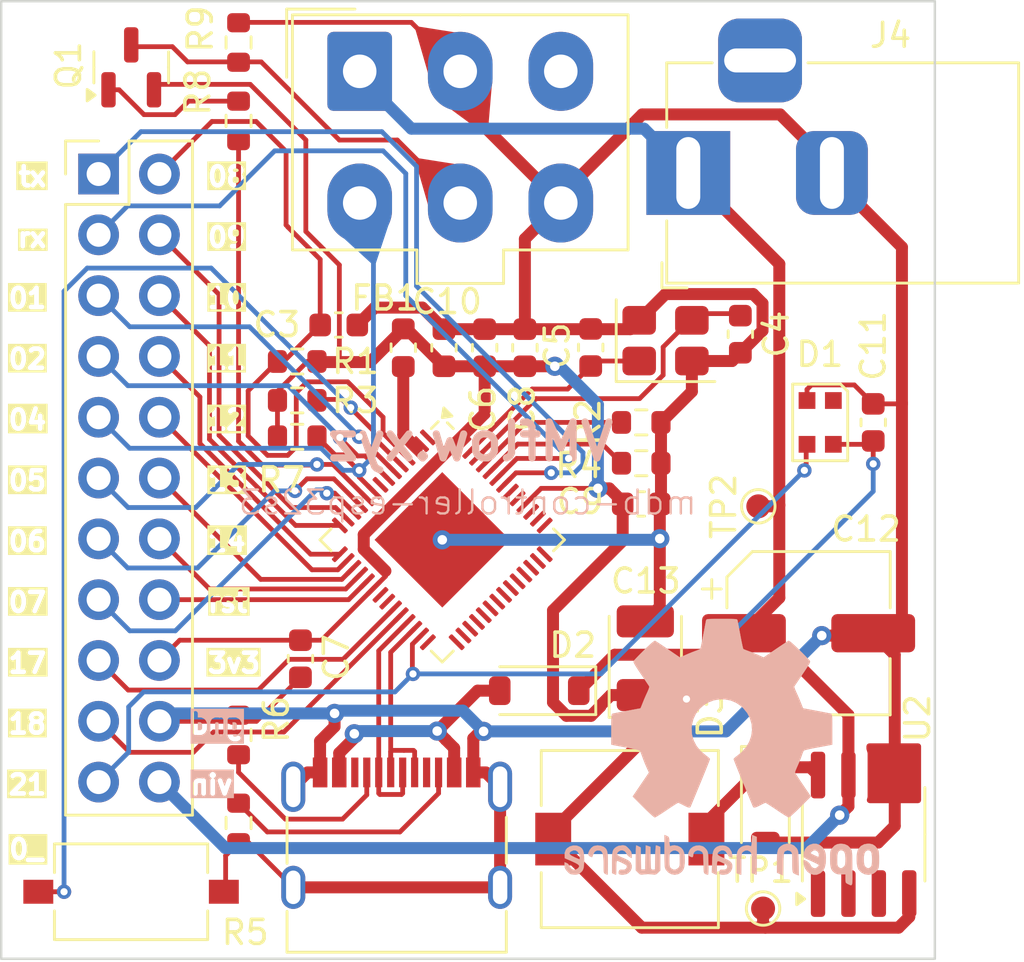
<source format=kicad_pcb>
(kicad_pcb (version 20241229) (generator "pcbnew") (generator_version "9.0")
  (layers (0 "F.Cu" signal) (2 "B.Cu" signal) (13 "F.Paste" user) (15 "B.Paste" user) (5 "F.SilkS" user "F.Silkscreen") (7 "B.SilkS" user "B.Silkscreen") (1 "F.Mask" user) (3 "B.Mask" user) (25 "Edge.Cuts" user))
  (net 0 "")
  (net 1 "/io6")
  (net 2 "GND")
  (net 4 "+3V3")
  (net 5 "Net-(U1-XTAL_N)")
  (net 6 "Net-(U1-XTAL_P)")
  (net 7 "/io21")
  (net 8 "Net-(D2-A)")
  (net 9 "/vin")
  (net 10 "/io14")
  (net 11 "/io2")
  (net 12 "/io18")
  (net 13 "/io17")
  (net 14 "/u0txd")
  (net 15 "/io13")
  (net 16 "/io8")
  (net 17 "/u0rxd")
  (net 18 "/io10")
  (net 19 "/io12")
  (net 20 "/io9")
  (net 21 "/io7")
  (net 22 "/io1")
  (net 23 "/io11")
  (net 24 "/mdb_master_transmit")
  (net 25 "/io4")
  (net 26 "/usb-")
  (net 27 "/usb+")
  (net 28 "Net-(Q1-B)")
  (net 29 "/reset")
  (net 30 "Net-(U1-GPIO46)")
  (net 31 "Net-(U1-GPIO45)")
  (net 32 "/boot")
  (net 33 "/io5")
  (net 34 "Net-(D3-K)")
  (net 36 "Net-(J2-CC1)")
  (net 43 "Net-(J2-CC2)")
  (net 57 "VDD3P3")
  (footprint "Capacitor_Tantalum_SMD:CP_EIA-3528-21_Kemet-B" (layer "F.Cu") (at 152.78 103.145 90)
    (property "Reference" "C13")
    (property "Value" "220uF" (hide yes))
  )
  (footprint "Resistor_SMD:R_0603_1608Metric" (layer "F.Cu") (at 152.61 95)
    (property "Reference" "R4")
    (property "Value" "10k" (hide yes))
  )
  (footprint "Diode_SMD:D_SOD-123" (layer "F.Cu") (at 157.795 109.195 -90)
    (property "Reference" "D3")
    (property "Value" "D_Schottky" (hide yes))
  )
  (footprint "Resistor_SMD:R_0603_1608Metric" (layer "F.Cu") (at 135.79 80.7 90)
    (property "Reference" "R8")
    (property "Value" "4k7" (hide yes))
  )
  (footprint "Package_DFN_QFN:QFN-56-1EP_7x7mm_P0.4mm_EP4x4mm" (layer "F.Cu") (at 144.298959 98.198959 -45)
    (property "Reference" "U1" (hide yes))
    (property "Value" "ESP32-S3FH4R2" (hide yes))
  )
  (footprint "Resistor_SMD:R_0603_1608Metric" (layer "F.Cu") (at 135.79 106.35 90)
    (property "Reference" "R6")
    (property "Value" "5.1k" (hide yes))
  )
  (footprint "Capacitor_SMD:C_0603_1608Metric" (layer "F.Cu") (at 147.75 90.175 -90)
    (property "Reference" "C8")
    (property "Value" "1uF" (hide yes))
  )
  (footprint "Resistor_SMD:R_0603_1608Metric" (layer "F.Cu") (at 135.79 110.025 -90)
    (property "Reference" "R5")
    (property "Value" "5.1k" (hide yes))
  )
  (footprint "TestPoint:TestPoint_Pad_D1.0mm" (layer "F.Cu") (at 157.7 113.6)
    (property "Reference" "TP1")
    (property "Value" "TestPoint" (hide yes))
  )
  (footprint "Resistor_SMD:R_0603_1608Metric" (layer "F.Cu") (at 152.61 93.295)
    (property "Reference" "R2")
    (property "Value" "10k" (hide yes))
  )
  (footprint "Crystal:Crystal_SMD_3225-4Pin_3.2x2.5mm" (layer "F.Cu") (at 153.625 89.88)
    (property "Reference" "Y1" (hide yes))
    (property "Value" "Crystal_GND24" (hide yes))
  )
  (footprint "Connector_PinHeader_2.54mm:PinHeader_2x11_P2.54mm_Vertical" (layer "F.Cu") (at 129.944405 82.919)
    (property "Reference" "J1" (hide yes))
    (property "Value" "Conn_02x11_Odd_Even" (hide yes))
  )
  (footprint "Resistor_SMD:R_0603_1608Metric" (layer "F.Cu") (at 138.24 93.895)
    (property "Reference" "R7")
    (property "Value" "1k" (hide yes))
  )
  (footprint "Capacitor_SMD:C_0603_1608Metric" (layer "F.Cu") (at 156.75 89.61 90)
    (property "Reference" "C4")
    (property "Value" "12pF" (hide yes))
  )
  (footprint "Capacitor_SMD:C_0603_1608Metric" (layer "F.Cu") (at 139.975 89.225)
    (property "Reference" "C3")
    (property "Value" "1uF" (hide yes))
  )
  (footprint "Resistor_SMD:R_0603_1608Metric" (layer "F.Cu") (at 138.24 90.75 180)
    (property "Reference" "R1")
    (property "Value" "10k" (hide yes))
  )
  (footprint "Connector_BarrelJack:BarrelJack_Horizontal" (layer "F.Cu") (at 154.575 82.875 180)
    (property "Reference" "J4")
    (property "Value" "Barrel_Jack" (hide yes))
  )
  (footprint "Capacitor_SMD:C_0603_1608Metric" (layer "F.Cu") (at 150.5 90.165 -90)
    (property "Reference" "C5")
    (property "Value" "12pF" (hide yes))
  )
  (footprint "Package_SO:SOIC-8_3.9x4.9mm_P1.27mm" (layer "F.Cu") (at 161.9 110.5 90)
    (property "Reference" "U2")
    (property "Value" "LM2594HVM-3.3" (hide yes))
  )
  (footprint "Resistor_SMD:R_0603_1608Metric" (layer "F.Cu") (at 135.79 77.425 90)
    (property "Reference" "R9")
    (property "Value" "1k" (hide yes))
  )
  (footprint "Diode_SMD:D_SOD-123" (layer "F.Cu") (at 148.35 104.5 180)
    (property "Reference" "D2")
    (property "Value" "D_Schottky" (hide yes))
  )
  (footprint "Connector_USB:USB_C_Receptacle_G-Switch_GT-USB-7010ASV" (layer "F.Cu") (at 142.395 111.64)
    (property "Reference" "J2" (hide yes))
    (property "Value" "USB_C_Receptacle_USB2.0_16P" (hide yes))
  )
  (footprint "Resistor_SMD:R_0603_1608Metric" (layer "F.Cu") (at 138.24 92.375 180)
    (property "Reference" "R3")
    (property "Value" "10k" (hide yes))
  )
  (footprint "Capacitor_SMD:C_0603_1608Metric" (layer "F.Cu") (at 138.375 103.1675 90)
    (property "Reference" "C7")
    (property "Value" "0.1uF" (hide yes))
  )
  (footprint "Inductor_SMD:L_0603_1608Metric" (layer "F.Cu") (at 142.67 90.175 90)
    (property "Reference" "FB1")
    (property "Value" "FerriteBead_Small" (hide yes))
  )
  (footprint "Inductor_SMD:L_7.3x7.3_H3.5" (layer "F.Cu") (at 152.133333 110.7 180)
    (property "Reference" "L2" (hide yes))
    (property "Value" "100uH" (hide yes))
  )
  (footprint "TestPoint:TestPoint_Pad_D1.0mm" (layer "F.Cu") (at 157.5 96.8 90)
    (property "Reference" "TP2")
    (property "Value" "TestPoint" (hide yes))
  )
  (footprint "LED_SMD:LED_WS2812B-2020_PLCC4_2.0x2.0mm" (layer "F.Cu") (at 160.085 93.295 -90)
    (property "Reference" "D1")
    (property "Value" "XL-2121RGBC-2812B" (hide yes))
  )
  (footprint "Capacitor_SMD:CP_Elec_6.3x5.8" (layer "F.Cu") (at 159.6 102.1)
    (property "Reference" "C12")
    (property "Value" "100uF" (hide yes))
  )
  (footprint "Capacitor_SMD:C_0603_1608Metric" (layer "F.Cu") (at 152.61 96.7 180)
    (property "Reference" "C9")
    (property "Value" "0.1uF" (hide yes))
  )
  (footprint "Capacitor_SMD:C_0603_1608Metric" (layer "F.Cu") (at 146.07 90.175 -90)
    (property "Reference" "C6")
    (property "Value" "10uF" (hide yes))
  )
  (footprint "Capacitor_SMD:C_0603_1608Metric" (layer "F.Cu") (at 144.37 90.175 -90)
    (property "Reference" "C10")
    (property "Value" "0.1uF" (hide yes))
  )
  (footprint "Package_TO_SOT_SMD:SOT-23" (layer "F.Cu") (at 131.306905 78.4625 90)
    (property "Reference" "Q1")
    (property "Value" "BC807" (hide yes))
  )
  (footprint "Capacitor_SMD:C_0603_1608Metric" (layer "F.Cu") (at 162.3 93.295 -90)
    (property "Reference" "C11")
    (property "Value" "0.1uF" (hide yes))
  )
  (footprint "Connector_Molex:Molex_Mini-Fit_Jr_5566-06A_2x03_P4.20mm_Vertical" (layer "F.Cu") (at 140.85 78.63)
    (property "Reference" "J3" (hide yes))
    (property "Value" "MDB_Connector" (hide yes))
  )
  (footprint "Button_Switch_SMD:SW_Tactile_SPST_NO_Straight_CK_PTS636Sx25SMTRLFS" (layer "F.Cu") (at 131.3 112.9)
    (property "Reference" "SW1" (hide yes))
    (property "Value" "SW_Push" (hide yes))
  )
  (footprint "Symbol:OSHW-Logo2_14.6x12mm_SilkScreen" (layer "B.Cu") (at 155.975 107.05 180)
    (property "Reference" "REF**" (hide yes))
    (property "Value" "OSHW-Logo2_14.6x12mm_SilkScreen" (hide yes))
  )
  (gr_rect (start 125.875 75.7) (end 164.875 115.7) (stroke (width 0.1)) (fill no) (layer "Edge.Cuts"))
  (gr_text "10" (at 134.4 88.58 0) (layer "F.SilkS" knockout) (effects (font (size 0.8 0.8) (thickness 0.2) (bold yes)) (justify left bottom)))
  (gr_text "11" (at 134.4 91.12 0) (layer "F.SilkS" knockout) (effects (font (size 0.8 0.8) (thickness 0.2) (bold yes)) (justify left bottom)))
  (gr_text "12" (at 134.4 93.66 0) (layer "F.SilkS" knockout) (effects (font (size 0.8 0.8) (thickness 0.2) (bold yes)) (justify left bottom)))
  (gr_text "17" (at 126.075 103.82 0) (layer "F.SilkS" knockout) (effects (font (size 0.8 0.8) (thickness 0.2) (bold yes)) (justify left bottom)))
  (gr_text "13" (at 134.4 96.2 0) (layer "F.SilkS" knockout) (effects (font (size 0.8 0.8) (thickness 0.2) (bold yes)) (justify left bottom)))
  (gr_text "rst" (at 134.4 101.28 0) (layer "F.SilkS" knockout) (effects (font (size 0.8 0.8) (thickness 0.2) (bold yes)) (justify left bottom)))
  (gr_text "21" (at 126.075 108.9 0) (layer "F.SilkS" knockout) (effects (font (size 0.8 0.8) (thickness 0.2) (bold yes)) (justify left bottom)))
  (gr_text "08" (at 134.4 83.5 0) (layer "F.SilkS" knockout) (effects (font (size 0.8 0.8) (thickness 0.2) (bold yes)) (justify left bottom)))
  (gr_text "14" (at 134.4 98.74 0) (layer "F.SilkS" knockout) (effects (font (size 0.8 0.8) (thickness 0.2) (bold yes)) (justify left bottom)))
  (gr_text "04" (at 126.075 93.66 0) (layer "F.SilkS" knockout) (effects (font (size 0.8 0.8) (thickness 0.2) (bold yes)) (justify left bottom)))
  (gr_text "09" (at 134.4 86.04 0) (layer "F.SilkS" knockout) (effects (font (size 0.8 0.8) (thickness 0.2) (bold yes)) (justify left bottom)))
  (gr_text "rx" (at 126.455953 86.04 0) (layer "F.SilkS" knockout) (effects (font (size 0.8 0.8) (thickness 0.2) (bold yes)) (justify left bottom)))
  (gr_text "06" (at 126.075 98.74 0) (layer "F.SilkS" knockout) (effects (font (size 0.8 0.8) (thickness 0.2) (bold yes)) (justify left bottom)))
  (gr_text "02" (at 126.075 91.12 0) (layer "F.SilkS" knockout) (effects (font (size 0.8 0.8) (thickness 0.2) (bold yes)) (justify left bottom)))
  (gr_text "3v3" (at 134.4 103.82 0) (layer "F.SilkS" knockout) (effects (font (size 0.8 0.8) (thickness 0.2) (bold yes)) (justify left bottom)))
  (gr_text "0_" (at 126.1 111.6 0) (layer "F.SilkS" knockout) (effects (font (size 0.8 0.8) (thickness 0.2) (bold yes)) (justify left bottom)))
  (gr_text "05" (at 126.075 96.2 0) (layer "F.SilkS" knockout) (effects (font (size 0.8 0.8) (thickness 0.2) (bold yes)) (justify left bottom)))
  (gr_text "07" (at 126.075 101.28 0) (layer "F.SilkS" knockout) (effects (font (size 0.8 0.8) (thickness 0.2) (bold yes)) (justify left bottom)))
  (gr_text "18" (at 126.075 106.36 0) (layer "F.SilkS" knockout) (effects (font (size 0.8 0.8) (thickness 0.2) (bold yes)) (justify left bottom)))
  (gr_text "tx" (at 126.494048 83.5 0) (layer "F.SilkS" knockout) (effects (font (size 0.8 0.8) (thickness 0.2) (bold yes)) (justify left bottom)))
  (gr_text "01" (at 126.075 88.58 0) (layer "F.SilkS" knockout) (effects (font (size 0.8 0.8) (thickness 0.2) (bold yes)) (justify left bottom)))
  (gr_text "VMflow.xyz" (at 151.603572 94.975 0) (layer "B.SilkS") (effects (font (size 1.5 1.5) (thickness 0.3) (bold yes)) (justify left bottom mirror)))
  (gr_text "mdb-controller-esp32s3" (at 154.99643 97.224 0) (layer "B.SilkS") (effects (font (size 1 1) (thickness 0.1)) (justify left bottom mirror)))
  (gr_text "gnd" (at 136.1 106.36 0) (layer "B.SilkS" knockout) (effects (font (size 0.8 0.8) (thickness 0.2) (bold yes)) (justify left bottom mirror)))
  (gr_text "vin" (at 135.642856 108.9 0) (layer "B.SilkS" knockout) (effects (font (size 0.8 0.8) (thickness 0.2) (bold yes)) (justify left bottom mirror)))
  (segment (start 139.770101 95.65) (end 140.869491 96.74939) (width 0.2) (layer "F.Cu") (net 1))
  (segment (start 138.65147 95.65) (end 139.770101 95.65) (width 0.2) (layer "F.Cu") (net 1))
  (segment (start 138.14605 96.15542) (end 138.65147 95.65) (width 0.2) (layer "F.Cu") (net 1))
  (via (at 138.14605 96.15542) (size 0.6) (drill 0.3) (layers "F.Cu" "B.Cu") (net 1))
  (segment (start 131.160405 99.375) (end 129.944405 98.159) (width 0.2) (layer "B.Cu") (net 1))
  (segment (start 134.075 99.375) (end 131.160405 99.375) (width 0.2) (layer "B.Cu") (net 1))
  (segment (start 137.29458 96.15542) (end 134.075 99.375) (width 0.2) (layer "B.Cu") (net 1))
  (segment (start 138.14605 96.15542) (end 137.29458 96.15542) (width 0.2) (layer "B.Cu") (net 1))
  (segment (start 132.484405 105.779) (end 136.5385 105.779) (width 0.2) (layer "F.Cu") (net 2))
  (segment (start 153.385 98.15) (end 153.385 101) (width 0.5) (layer "F.Cu") (net 2))
  (segment (start 139.195 106.605) (end 139.195 107.915) (width 0.5) (layer "F.Cu") (net 2))
  (segment (start 156.75 90.385) (end 157.676 89.459) (width 0.5) (layer "F.Cu") (net 2))
  (segment (start 163.5 85.975) (end 160.575 83.05) (width 0.5) (layer "F.Cu") (net 2))
  (segment (start 160.575 82.875) (end 160.575 82.595) (width 0.5) (layer "F.Cu") (net 2))
  (segment (start 162.3 92.52) (end 163.48 92.52) (width 0.2) (layer "F.Cu") (net 2))
  (segment (start 157.676 89.459) (end 157.676 88.323758) (width 0.5) (layer "F.Cu") (net 2))
  (segment (start 136.21 110.85) (end 138.075 112.715) (width 0.2) (layer "F.Cu") (net 2))
  (segment (start 147.75 89.4) (end 147.75 85.63) (width 0.5) (layer "F.Cu") (net 2))
  (segment (start 135.79 110.85) (end 136.21 110.85) (width 0.2) (layer "F.Cu") (net 2))
  (segment (start 135.79 110.85) (end 135.25 111.39) (width 0.2) (layer "F.Cu") (net 2))
  (segment (start 153.621 87.934) (end 152.525 89.03) (width 0.5) (layer "F.Cu") (net 2))
  (segment (start 154.725 90.73) (end 156.405 90.73) (width 0.5) (layer "F.Cu") (net 2))
  (segment (start 157.286242 87.934) (end 153.621 87.934) (width 0.5) (layer "F.Cu") (net 2))
  (segment (start 153.385 96.7) (end 153.385 98.15) (width 0.5) (layer "F.Cu") (net 2))
  (segment (start 146.715 108.515) (end 146.715 112.715) (width 0.5) (layer "F.Cu") (net 2))
  (segment (start 159.535 92.38) (end 159.535 91.915) (width 0.2) (layer "F.Cu") (net 2))
  (segment (start 145.595 106.495) (end 145.595 107.915) (width 0.5) (layer "F.Cu") (net 2))
  (segment (start 141.476 88.499) (end 143.469 88.499) (width 0.5) (layer "F.Cu") (net 2))
  (segment (start 135.25 112.825) (end 135.175 112.9) (width 0.2) (layer "F.Cu") (net 2))
  (segment (start 146.025 106.2) (end 145.89 106.2) (width 0.5) (layer "F.Cu") (net 2))
  (segment (start 152.155 89.4) (end 152.525 89.03) (width 0.5) (layer "F.Cu") (net 2))
  (segment (start 158.409 80.429) (end 152.651 80.429) (width 0.5) (layer "F.Cu") (net 2))
  (segment (start 153.435 93.295) (end 153.435 96.65) (width 0.5) (layer "F.Cu") (net 2))
  (segment (start 163.2 108.025) (end 163.805 108.025) (width 0.5) (layer "F.Cu") (net 2))
  (segment (start 143.469 88.499) (end 144.37 89.4) (width 0.5) (layer "F.Cu") (net 2))
  (segment (start 146.715 112.715) (end 138.075 112.715) (width 0.5) (layer "F.Cu") (net 2))
  (segment (start 154.725 92.005) (end 154.725 90.73) (width 0.5) (layer "F.Cu") (net 2))
  (segment (start 162.535 108.025) (end 163.2 108.025) (width 0.5) (layer "F.Cu") (net 2))
  (segment (start 156.405 90.73) (end 156.75 90.385) (width 0.5) (layer "F.Cu") (net 2))
  (segment (start 160.575 83.05) (end 160.575 82.875) (width 0.5) (layer "F.Cu") (net 2))
  (segment (start 140.75 89.225) (end 141.476 88.499) (width 0.5) (layer "F.Cu") (net 2))
  (segment (start 159.535 91.915) (end 159.721 91.729) (width 0.2) (layer "F.Cu") (net 2))
  (segment (start 135.79 76.6) (end 135.805 76.585) (width 0.2) (layer "F.Cu") (net 2))
  (segment (start 136.5385 105.779) (end 138.375 103.9425) (width 0.2) (layer "F.Cu") (net 2))
  (segment (start 139.195 107.915) (end 138.675 107.915) (width 0.5) (layer "F.Cu") (net 2))
  (segment (start 163.5 92.5) (end 163.5 85.975) (width 0.5) (layer "F.Cu") (net 2))
  (segment (start 162.505 110.845) (end 163.2 110.15) (width 0.5) (layer "F.Cu") (net 2))
  (segment (start 143.005 76.585) (end 145.05 78.63) (width 0.2) (layer "F.Cu") (net 2))
  (segment (start 153.435 96.65) (end 153.385 96.7) (width 0.5) (layer "F.Cu") (net 2))
  (segment (start 163.2 103) (end 163.2 108.025) (width 0.5) (layer "F.Cu") (net 2))
  (segment (start 144.37 89.4) (end 152.155 89.4) (width 0.5) (layer "F.Cu") (net 2))
  (segment (start 160.15 102.2) (end 162.2 102.2) (width 0.5) (layer "F.Cu") (net 2))
  (segment (start 147.75 85.63) (end 149.25 84.13) (width 0.5) (layer "F.Cu") (net 2))
  (segment (start 153.435 93.295) (end 154.725 92.005) (width 0.5) (layer "F.Cu") (net 2))
  (segment (start 138.075 107.81) (end 138.075 108.515) (width 0.2) (layer "F.Cu") (net 2))
  (segment (start 145.05 78.63) (end 145.05 79.93) (width 0.5) (layer "F.Cu") (net 2))
  (segment (start 138.675 107.915) (end 138.075 108.515) (width 0.5) (layer "F.Cu") (net 2))
  (segment (start 162.3 102.1) (end 163.2 103) (width 0.5) (layer "F.Cu") (net 2))
  (segment (start 153.385 101) (end 152.78 101.605) (width 0.5) (layer "F.Cu") (net 2))
  (segment (start 161.509 91.729) (end 162.3 92.52) (width 0.2) (layer "F.Cu") (net 2))
  (segment (start 163.2 110.15) (end 163.2 108.025) (width 0.5) (layer "F.Cu") (net 2))
  (segment (start 145.595 107.915) (end 146.115 107.915) (width 0.5) (layer "F.Cu") (net 2))
  (segment (start 162.2 102.2) (end 162.3 102.1) (width 0.5) (layer "F.Cu") (net 2))
  (segment (start 145.89 106.2) (end 145.595 106.495) (width 0.5) (layer "F.Cu") (net 2))
  (segment (start 163.48 92.52) (end 163.5 92.5) (width 0.2) (layer "F.Cu") (net 2))
  (segment (start 159.721 91.729) (end 161.509 91.729) (width 0.2) (layer "F.Cu") (net 2))
  (segment (start 149.25 83.83) (end 149.25 84.13) (width 0.5) (layer "F.Cu") (net 2))
  (segment (start 162.3 102.1) (end 163.5 102.1) (width 0.5) (layer "F.Cu") (net 2))
  (segment (start 160.575 82.595) (end 158.409 80.429) (width 0.5) (layer "F.Cu") (net 2))
  (segment (start 163.5 102.1) (end 163.5 92.5) (width 0.5) (layer "F.Cu") (net 2))
  (segment (start 152.651 80.429) (end 149.25 83.83) (width 0.5) (layer "F.Cu") (net 2))
  (segment (start 135.805 76.585) (end 143.005 76.585) (width 0.2) (layer "F.Cu") (net 2))
  (segment (start 146.115 107.915) (end 146.715 108.515) (width 0.5) (layer "F.Cu") (net 2))
  (segment (start 139.8 106) (end 139.195 106.605) (width 0.5) (layer "F.Cu") (net 2))
  (segment (start 139.8 105.45) (end 139.8 106) (width 0.5) (layer "F.Cu") (net 2))
  (segment (start 145.05 79.93) (end 149.25 84.13) (width 0.5) (layer "F.Cu") (net 2))
  (segment (start 157.676 88.323758) (end 157.286242 87.934) (width 0.5) (layer "F.Cu") (net 2))
  (segment (start 135.25 111.39) (end 135.25 112.825) (width 0.2) (layer "F.Cu") (net 2))
  (segment (start 157.795 110.845) (end 162.505 110.845) (width 0.5) (layer "F.Cu") (net 2))
  (via (at 153.385 98.15) (size 0.8) (drill 0.4) (layers "F.Cu" "B.Cu") (net 2))
  (via (at 144.298959 98.198959) (size 0.8) (drill 0.4) (layers "F.Cu" "B.Cu") (net 2))
  (via (at 139.8 105.45) (size 0.8) (drill 0.4) (layers "F.Cu" "B.Cu") (net 2))
  (via (at 160.15 102.2) (size 0.8) (drill 0.4) (layers "F.Cu" "B.Cu") (net 2))
  (via (at 146.025 106.2) (size 0.8) (drill 0.4) (layers "F.Cu" "B.Cu") (net 2))
  (segment (start 153.336041 98.198959) (end 153.385 98.15) (width 0.5) (layer "B.Cu") (net 2))
  (segment (start 144.298959 98.198959) (end 153.336041 98.198959) (width 0.5) (layer "B.Cu") (net 2))
  (segment (start 146.025 106.2) (end 145.1615 105.3365) (width 0.5) (layer "B.Cu") (net 2))
  (segment (start 132.813405 105.45) (end 139.8 105.45) (width 0.5) (layer "B.Cu") (net 2))
  (segment (start 139.9135 105.3365) (end 139.8 105.45) (width 0.5) (layer "B.Cu") (net 2))
  (segment (start 145.1615 105.3365) (end 139.9135 105.3365) (width 0.5) (layer "B.Cu") (net 2))
  (segment (start 160.15 102.2) (end 156.15 106.2) (width 0.5) (layer "B.Cu") (net 2))
  (segment (start 132.484405 105.779) (end 132.813405 105.45) (width 0.5) (layer "B.Cu") (net 2))
  (segment (start 156.15 106.2) (end 146.025 106.2) (width 0.5) (layer "B.Cu") (net 2))
  (segment (start 163.354999 114.4) (end 157.795 114.4) (width 0.5) (layer "F.Cu") (net 4))
  (segment (start 152.78 106.47) (end 148.933333 110.316667) (width 0.5) (layer "F.Cu") (net 4))
  (segment (start 137.415 92) (end 137.415 92.375) (width 0.2) (layer "F.Cu") (net 4))
  (segment (start 163.805 112.975) (end 163.805 113.949999) (width 0.5) (layer "F.Cu") (net 4))
  (segment (start 152.78 104.685) (end 152.78 106.47) (width 0.5) (layer "F.Cu") (net 4))
  (segment (start 152.78 104.685) (end 154.335 104.685) (width 0.2) (layer "F.Cu") (net 4))
  (segment (start 146.07 90.95) (end 146.07 92.93) (width 0.5) (layer "F.Cu") (net 4))
  (segment (start 163.805 113.949999) (end 163.354999 114.4) (width 0.5) (layer "F.Cu") (net 4))
  (segment (start 140 90.775) (end 139.09 90.775) (width 0.5) (layer "F.Cu") (net 4))
  (segment (start 141.019532 98.595073) (end 141.924459 99.5) (width 0.5) (layer "F.Cu") (net 4))
  (segment (start 160.635 94.21) (end 162.16 94.21) (width 0.2) (layer "F.Cu") (net 4))
  (segment (start 140 86.7175) (end 138.6 85.3175) (width 0.2) (layer "F.Cu") (net 4))
  (segment (start 148.427817 96.05) (end 147.728427 96.74939) (width 0.2) (layer "F.Cu") (net 4))
  (segment (start 142.8075 89.3875) (end 144.37 90.95) (width 0.5) (layer "F.Cu") (net 4))
  (segment (start 139.09 90.775) (end 139.065 90.75) (width 0.5) (layer "F.Cu") (net 4))
  (segment (start 140 90.775) (end 140 86.7175) (width 0.2) (layer "F.Cu") (net 4))
  (segment (start 146.07 92.93) (end 141.019532 97.980468) (width 0.5) (layer "F.Cu") (net 4))
  (segment (start 141.924459 99.5) (end 141.924459 99.724931) (width 0.2) (layer "F.Cu") (net 4))
  (segment (start 149.488758 105.551) (end 148.925 104.987242) (width 0.5) (layer "F.Cu") (net 4))
  (segment (start 133.330905 102.3925) (end 138.375 102.3925) (width 0.2) (layer "F.Cu") (net 4))
  (segment (start 151.275 96.05) (end 151.835 96.61) (width 0.5) (layer "F.Cu") (net 4))
  (segment (start 132.484405 103.239) (end 133.330905 102.3925) (width 0.2) (layer "F.Cu") (net 4))
  (segment (start 138.6 85.3175) (end 138.6 81.495936) (width 0.2) (layer "F.Cu") (net 4))
  (segment (start 138.375 102.3925) (end 139.25689 102.3925) (width 0.2) (layer "F.Cu") (net 4))
  (segment (start 142.67 89.3875) (end 142.8075 89.3875) (width 0.5) (layer "F.Cu") (net 4))
  (segment (start 152.78 104.685) (end 151.34 104.685) (width 0.5) (layer "F.Cu") (net 4))
  (segment (start 150.511242 105.551) (end 149.488758 105.551) (width 0.5) (layer "F.Cu") (net 4))
  (segment (start 150.901 105.161242) (end 150.511242 105.551) (width 0.5) (layer "F.Cu") (net 4))
  (segment (start 150.8 96.05) (end 151.275 96.05) (width 0.5) (layer "F.Cu") (net 4))
  (segment (start 157.7 114.305) (end 157.795 114.4) (width 0.5) (layer "F.Cu") (net 4))
  (segment (start 151.835 98.24) (end 151.835 96.7) (width 0.5) (layer "F.Cu") (net 4))
  (segment (start 157.7 113.6) (end 157.7 114.305) (width 0.5) (layer "F.Cu") (net 4))
  (segment (start 154.335 104.685) (end 154.5 104.85) (width 0.2) (layer "F.Cu") (net 4))
  (segment (start 148.925 104.987242) (end 148.925 101.15) (width 0.5) (layer "F.Cu") (net 4))
  (segment (start 150.901 105.124) (end 150.901 105.161242) (width 0.5) (layer "F.Cu") (net 4))
  (segment (start 137.415 93.895) (end 137.415 92.375) (width 0.2) (layer "F.Cu") (net 4))
  (segment (start 162.16 94.21) (end 162.3 94.07) (width 0.2) (layer "F.Cu") (net 4))
  (segment (start 132.482905 79.174) (end 132.256905 79.4) (width 0.2) (layer "F.Cu") (net 4))
  (segment (start 144.37 90.95) (end 146.07 90.95) (width 0.5) (layer "F.Cu") (net 4))
  (segment (start 138.665 90.75) (end 137.415 92) (width 0.2) (layer "F.Cu") (net 4))
  (segment (start 151.34 104.685) (end 150.901 105.124) (width 0.5) (layer "F.Cu") (net 4))
  (segment (start 142.67 89.3875) (end 141.2825 90.775) (width 0.5) (layer "F.Cu") (net 4))
  (segment (start 149 90.95) (end 146.07 90.95) (width 0.5) (layer "F.Cu") (net 4))
  (segment (start 150.8 96.05) (end 148.427817 96.05) (width 0.2) (layer "F.Cu") (net 4))
  (segment (start 141.2825 90.775) (end 140 90.775) (width 0.5) (layer "F.Cu") (net 4))
  (segment (start 136.278064 79.174) (end 132.482905 79.174) (width 0.2) (layer "F.Cu") (net 4))
  (segment (start 152.633333 114.4) (end 157.795 114.4) (width 0.5) (layer "F.Cu") (net 4))
  (segment (start 139.25689 102.3925) (end 141.435177 100.214213) (width 0.2) (layer "F.Cu") (net 4))
  (segment (start 148.933333 110.316667) (end 148.933333 110.7) (width 0.5) (layer "F.Cu") (net 4))
  (segment (start 139.065 90.75) (end 138.665 90.75) (width 0.2) (layer "F.Cu") (net 4))
  (segment (start 162.3 94.07) (end 162.3 95.025) (width 0.2) (layer "F.Cu") (net 4))
  (segment (start 138.6 81.495936) (end 136.278064 79.174) (width 0.2) (layer "F.Cu") (net 4))
  (segment (start 141.019532 97.980468) (end 141.019532 98.595073) (width 0.5) (layer "F.Cu") (net 4))
  (segment (start 151.835 96.61) (end 151.835 96.7) (width 0.5) (layer "F.Cu") (net 4))
  (segment (start 141.924459 99.724931) (end 141.435177 100.214213) (width 0.2) (layer "F.Cu") (net 4))
  (segment (start 148.925 101.15) (end 151.835 98.24) (width 0.5) (layer "F.Cu") (net 4))
  (segment (start 148.933333 110.7) (end 152.633333 114.4) (width 0.5) (layer "F.Cu") (net 4))
  (via (at 162.3 95.025) (size 0.6) (drill 0.3) (layers "F.Cu" "B.Cu") (net 4))
  (via (at 154.5 104.85) (size 0.6) (drill 0.3) (layers "F.Cu" "B.Cu") (net 4))
  (via (at 149 90.95) (size 0.8) (drill 0.4) (layers "F.Cu" "B.Cu") (net 4))
  (via (at 150.8 96.05) (size 0.8) (drill 0.4) (layers "F.Cu" "B.Cu") (net 4))
  (segment (start 149 90.95) (end 149.2 90.95) (width 0.5) (layer "B.Cu") (net 4))
  (segment (start 154.5 104.85) (end 154.5 103.975) (width 0.2) (layer "B.Cu") (net 4))
  (segment (start 154.5 103.975) (end 162.3 96.175) (width 0.2) (layer "B.Cu") (net 4))
  (segment (start 150.8 92.55) (end 150.8 96.05) (width 0.5) (layer "B.Cu") (net 4))
  (segment (start 162.3 96.175) (end 162.3 95.025) (width 0.2) (layer "B.Cu") (net 4))
  (segment (start 149.2 90.95) (end 150.8 92.55) (width 0.5) (layer "B.Cu") (net 4))
  (segment (start 148.217019 92.301) (end 145.748528 94.769491) (width 0.2) (layer "F.Cu") (net 5))
  (segment (start 153.526 91.31516) (end 152.54016 92.301) (width 0.2) (layer "F.Cu") (net 5))
  (segment (start 156.665 88.75) (end 154.92084 88.75) (width 0.2) (layer "F.Cu") (net 5))
  (segment (start 152.54016 92.301) (end 148.217019 92.301) (width 0.2) (layer "F.Cu") (net 5))
  (segment (start 156.75 88.835) (end 156.665 88.75) (width 0.2) (layer "F.Cu") (net 5))
  (segment (start 153.526 90.14484) (end 153.526 91.31516) (width 0.2) (layer "F.Cu") (net 5))
  (segment (start 154.92084 88.75) (end 153.526 90.14484) (width 0.2) (layer "F.Cu") (net 5))
  (segment (start 149.54 91.9) (end 148.052333 91.9) (width 0.2) (layer "F.Cu") (net 6))
  (segment (start 152.525 90.73) (end 150.71 90.73) (width 0.2) (layer "F.Cu") (net 6))
  (segment (start 150.71 90.73) (end 150.5 90.94) (width 0.2) (layer "F.Cu") (net 6))
  (segment (start 148.052333 91.9) (end 145.465685 94.486648) (width 0.2) (layer "F.Cu") (net 6))
  (segment (start 150.5 90.94) (end 149.54 91.9) (width 0.2) (layer "F.Cu") (net 6))
  (segment (start 143.05 103.775) (end 143.05 102.559188) (width 0.2) (layer "F.Cu") (net 7))
  (segment (start 143.05 102.559188) (end 143.415076 102.194112) (width 0.2) (layer "F.Cu") (net 7))
  (segment (start 159.5 94.245) (end 159.535 94.21) (width 0.2) (layer "F.Cu") (net 7))
  (segment (start 143.075 103.8) (end 143.05 103.775) (width 0.2) (layer "F.Cu") (net 7))
  (segment (start 159.425 95.3) (end 159.5 95.225) (width 0.2) (layer "F.Cu") (net 7))
  (segment (start 159.5 95.225) (end 159.5 94.245) (width 0.2) (layer "F.Cu") (net 7))
  (via (at 143.075 103.8) (size 0.6) (drill 0.3) (layers "F.Cu" "B.Cu") (net 7))
  (via (at 159.425 95.3) (size 0.6) (drill 0.3) (layers "F.Cu" "B.Cu") (net 7))
  (segment (start 131.825 104.55) (end 142.325 104.55) (width 0.2) (layer "B.Cu") (net 7))
  (segment (start 150.925 103.8) (end 143.075 103.8) (width 0.2) (layer "B.Cu") (net 7))
  (segment (start 159.425 95.3) (end 150.925 103.8) (width 0.2) (layer "B.Cu") (net 7))
  (segment (start 142.325 104.55) (end 143.075 103.8) (width 0.2) (layer "B.Cu") (net 7))
  (segment (start 131.2 105.175) (end 131.825 104.55) (width 0.2) (layer "B.Cu") (net 7))
  (segment (start 129.944405 108.319) (end 131.2 107.063405) (width 0.2) (layer "B.Cu") (net 7))
  (segment (start 131.2 107.063405) (end 131.2 105.175) (width 0.2) (layer "B.Cu") (net 7))
  (segment (start 144.0875 106.1875) (end 144.449 106.549) (width 0.5) (layer "F.Cu") (net 8))
  (segment (start 145.775 104.5) (end 146.7 104.5) (width 0.5) (layer "F.Cu") (net 8))
  (segment (start 144.0875 106.1875) (end 145.775 104.5) (width 0.5) (layer "F.Cu") (net 8))
  (segment (start 144.449 106.552496) (end 144.795 106.898496) (width 0.5) (layer "F.Cu") (net 8))
  (segment (start 140.624622 106.475378) (end 139.995 107.105) (width 0.5) (layer "F.Cu") (net 8))
  (segment (start 140.624622 106.3) (end 140.624622 106.475378) (width 0.5) (layer "F.Cu") (net 8))
  (segment (start 144.449 106.549) (end 144.449 106.552496) (width 0.5) (layer "F.Cu") (net 8))
  (segment (start 139.995 107.105) (end 139.995 107.915) (width 0.5) (layer "F.Cu") (net 8))
  (segment (start 144.795 106.898496) (end 144.795 107.915) (width 0.5) (layer "F.Cu") (net 8))
  (via (at 140.624622 106.3) (size 0.8) (drill 0.4) (layers "F.Cu" "B.Cu") (net 8))
  (via (at 144.0875 106.1875) (size 0.8) (drill 0.4) (layers "F.Cu" "B.Cu") (net 8))
  (segment (start 140.737122 106.1875) (end 140.624622 106.3) (width 0.5) (layer "B.Cu") (net 8))
  (segment (start 144.0875 106.1875) (end 140.737122 106.1875) (width 0.5) (layer "B.Cu") (net 8))
  (segment (start 156 103) (end 156.9 102.1) (width 0.5) (layer "F.Cu") (net 9))
  (segment (start 158.327 96.8) (end 158.377 96.75) (width 0.5) (layer "F.Cu") (net 9))
  (segment (start 157.85 102.1) (end 161.265 105.515) (width 0.5) (layer "F.Cu") (net 9))
  (segment (start 158.377 100.623) (end 156.9 102.1) (width 0.5) (layer "F.Cu") (net 9))
  (segment (start 150 104.5) (end 151.5 103) (width 0.5) (layer "F.Cu") (net 9))
  (segment (start 154.575 82.875) (end 158.377 86.677) (width 0.5) (layer "F.Cu") (net 9))
  (segment (start 161.265 109.335) (end 160.9 109.7) (width 0.5) (layer "F.Cu") (net 9))
  (segment (start 156.9 102.1) (end 157.85 102.1) (width 0.5) (layer "F.Cu") (net 9))
  (segment (start 151.5 103) (end 156 103) (width 0.5) (layer "F.Cu") (net 9))
  (segment (start 161.265 108.025) (end 161.265 109.335) (width 0.5) (layer "F.Cu") (net 9))
  (segment (start 161.265 105.515) (end 161.265 108.025) (width 0.5) (layer "F.Cu") (net 9))
  (segment (start 158.377 96.75) (end 158.377 100.623) (width 0.5) (layer "F.Cu") (net 9))
  (segment (start 158.377 86.677) (end 158.377 96.75) (width 0.5) (layer "F.Cu") (net 9))
  (segment (start 157.5 96.8) (end 158.327 96.8) (width 0.5) (layer "F.Cu") (net 9))
  (via (at 160.9 109.7) (size 0.8) (drill 0.4) (layers "F.Cu" "B.Cu") (net 9))
  (segment (start 140.85 78.865) (end 143.01 81.025) (width 0.5) (layer "B.Cu") (net 9))
  (segment (start 152.725 81.025) (end 154.575 82.875) (width 0.5) (layer "B.Cu") (net 9))
  (segment (start 143.01 81.025) (end 152.725 81.025) (width 0.5) (layer "B.Cu") (net 9))
  (segment (start 140.85 78.63) (end 140.85 78.865) (width 0.5) (layer "B.Cu") (net 9))
  (segment (start 160.9 109.7) (end 159.525 111.075) (width 0.5) (layer "B.Cu") (net 9))
  (segment (start 159.525 111.075) (end 135.240405 111.075) (width 0.5) (layer "B.Cu") (net 9))
  (segment (start 135.240405 111.075) (end 132.484405 108.319) (width 0.5) (layer "B.Cu") (net 9))
  (segment (start 140.384705 100.699) (end 141.152334 99.931371) (width 0.2) (layer "F.Cu") (net 10))
  (segment (start 132.484405 100.699) (end 140.384705 100.699) (width 0.2) (layer "F.Cu") (net 10))
  (segment (start 140.024291 93.953933) (end 140.764701 94.694343) (width 0.2) (layer "F.Cu") (net 11))
  (segment (start 140.024291 93.925707) (end 140.024291 93.953933) (width 0.2) (layer "F.Cu") (net 11))
  (segment (start 140.764701 94.694343) (end 141.077186 94.694343) (width 0.2) (layer "F.Cu") (net 11))
  (segment (start 141.077186 94.694343) (end 142.000862 95.618019) (width 0.2) (layer "F.Cu") (net 11))
  (via (at 140.024291 93.925707) (size 0.6) (drill 0.3) (layers "F.Cu" "B.Cu") (net 11))
  (segment (start 140.024291 93.925707) (end 137.859553 91.760969) (width 0.2) (layer "B.Cu") (net 11))
  (segment (start 131.166374 91.760969) (end 129.944405 90.539) (width 0.2) (layer "B.Cu") (net 11))
  (segment (start 137.859553 91.760969) (end 131.166374 91.760969) (width 0.2) (layer "B.Cu") (net 11))
  (segment (start 134.749 106.226) (end 137.686131 106.226) (width 0.2) (layer "F.Cu") (net 12))
  (segment (start 133.9 107.075) (end 134.749 106.226) (width 0.2) (layer "F.Cu") (net 12))
  (segment (start 129.944405 105.779) (end 131.240405 107.075) (width 0.2) (layer "F.Cu") (net 12))
  (segment (start 137.686131 106.226) (end 142.566547 101.345584) (width 0.2) (layer "F.Cu") (net 12))
  (segment (start 131.240405 107.075) (end 133.9 107.075) (width 0.2) (layer "F.Cu") (net 12))
  (segment (start 136.61739 104.475) (end 137.90089 103.1915) (width 0.2) (layer "F.Cu") (net 13))
  (segment (start 129.944405 103.239) (end 131.180405 104.475) (width 0.2) (layer "F.Cu") (net 13))
  (segment (start 137.90089 103.1915) (end 140.154946 103.1915) (width 0.2) (layer "F.Cu") (net 13))
  (segment (start 131.180405 104.475) (end 136.61739 104.475) (width 0.2) (layer "F.Cu") (net 13))
  (segment (start 140.154946 103.1915) (end 142.283705 101.062741) (width 0.2) (layer "F.Cu") (net 13))
  (segment (start 148.85 95.4) (end 147.380761 95.4) (width 0.2) (layer "F.Cu") (net 14))
  (segment (start 147.380761 95.4) (end 146.879899 95.900862) (width 0.2) (layer "F.Cu") (net 14))
  (via (at 148.85 95.4) (size 0.6) (drill 0.3) (layers "F.Cu" "B.Cu") (net 14))
  (segment (start 143.225 87.600057) (end 150.176 94.551057) (width 0.2) (layer "B.Cu") (net 14))
  (segment (start 129.944405 82.919) (end 131.713405 81.15) (width 0.2) (layer "B.Cu") (net 14))
  (segment (start 150.176 95.048943) (end 149.823943 95.401) (width 0.2) (layer "B.Cu") (net 14))
  (segment (start 141.775 81.15) (end 143.225 82.6) (width 0.2) (layer "B.Cu") (net 14))
  (segment (start 149.326057 95.401) (end 149.325057 95.4) (width 0.2) (layer "B.Cu") (net 14))
  (segment (start 149.325057 95.4) (end 148.85 95.4) (width 0.2) (layer "B.Cu") (net 14))
  (segment (start 131.713405 81.15) (end 141.775 81.15) (width 0.2) (layer "B.Cu") (net 14))
  (segment (start 150.176 94.551057) (end 150.176 95.048943) (width 0.2) (layer "B.Cu") (net 14))
  (segment (start 143.225 82.6) (end 143.225 87.600057) (width 0.2) (layer "B.Cu") (net 14))
  (segment (start 149.823943 95.401) (end 149.326057 95.401) (width 0.2) (layer "B.Cu") (net 14))
  (segment (start 140.266019 100.252) (end 140.869491 99.648528) (width 0.2) (layer "F.Cu") (net 15))
  (segment (start 132.484405 98.159) (end 134.577405 100.252) (width 0.2) (layer "F.Cu") (net 15))
  (segment (start 134.577405 100.252) (end 140.266019 100.252) (width 0.2) (layer "F.Cu") (net 15))
  (segment (start 140.303806 97.315076) (end 139.83973 96.851) (width 0.2) (layer "F.Cu") (net 16))
  (segment (start 134.976 87.950595) (end 132.484405 85.459) (width 0.2) (layer "F.Cu") (net 16))
  (segment (start 137.9931 96.851) (end 134.976 93.8339) (width 0.2) (layer "F.Cu") (net 16))
  (segment (start 139.83973 96.851) (end 137.9931 96.851) (width 0.2) (layer "F.Cu") (net 16))
  (segment (start 134.976 93.8339) (end 134.976 87.950595) (width 0.2) (layer "F.Cu") (net 16))
  (segment (start 149.575 94.8) (end 147.415075 94.8) (width 0.2) (layer "F.Cu") (net 17))
  (segment (start 147.415075 94.8) (end 146.597056 95.618019) (width 0.2) (layer "F.Cu") (net 17))
  (via (at 149.575 94.8) (size 0.6) (drill 0.3) (layers "F.Cu" "B.Cu") (net 17))
  (segment (start 142.775 88) (end 149.575 94.8) (width 0.2) (layer "B.Cu") (net 17))
  (segment (start 141.825 81.95) (end 142.775 82.9) (width 0.2) (layer "B.Cu") (net 17))
  (segment (start 135 84.25) (end 137.3 81.95) (width 0.2) (layer "B.Cu") (net 17))
  (segment (start 131.153405 84.25) (end 135 84.25) (width 0.2) (layer "B.Cu") (net 17))
  (segment (start 142.775 82.9) (end 142.775 88) (width 0.2) (layer "B.Cu") (net 17))
  (segment (start 137.3 81.95) (end 141.825 81.95) (width 0.2) (layer "B.Cu") (net 17))
  (segment (start 129.944405 85.459) (end 131.153405 84.25) (width 0.2) (layer "B.Cu") (net 17))
  (segment (start 134.175 94.175) (end 138.8 98.8) (width 0.2) (layer "F.Cu") (net 18))
  (segment (start 132.484405 90.539) (end 134.175 92.229595) (width 0.2) (layer "F.Cu") (net 18))
  (segment (start 138.8 98.8) (end 140.020963 98.8) (width 0.2) (layer "F.Cu") (net 18))
  (segment (start 134.175 92.229595) (end 134.175 94.175) (width 0.2) (layer "F.Cu") (net 18))
  (segment (start 132.484405 95.619) (end 136.716405 99.851) (width 0.2) (layer "F.Cu") (net 19))
  (segment (start 136.716405 99.851) (end 140.101333 99.851) (width 0.2) (layer "F.Cu") (net 19))
  (segment (start 140.101333 99.851) (end 140.586648 99.365685) (width 0.2) (layer "F.Cu") (net 19))
  (segment (start 134.575 90.089595) (end 134.575 94) (width 0.2) (layer "F.Cu") (net 20))
  (segment (start 138.172918 97.597918) (end 140.020963 97.597918) (width 0.2) (layer "F.Cu") (net 20))
  (segment (start 132.484405 87.999) (end 134.575 90.089595) (width 0.2) (layer "F.Cu") (net 20))
  (segment (start 134.575 94) (end 138.172918 97.597918) (width 0.2) (layer "F.Cu") (net 20))
  (segment (start 139.804415 96.25) (end 140.586648 97.032233) (width 0.2) (layer "F.Cu") (net 21))
  (segment (start 139.475 96.25) (end 139.804415 96.25) (width 0.2) (layer "F.Cu") (net 21))
  (via (at 139.475 96.25) (size 0.6) (drill 0.3) (layers "F.Cu" "B.Cu") (net 21))
  (segment (start 131.245405 102) (end 133.15 102) (width 0.2) (layer "B.Cu") (net 21))
  (segment (start 129.944405 100.699) (end 131.245405 102) (width 0.2) (layer "B.Cu") (net 21))
  (segment (start 133.15 102) (end 139.0385 96.1115) (width 0.2) (layer "B.Cu") (net 21))
  (segment (start 139.3365 96.1115) (end 139.475 96.25) (width 0.2) (layer "B.Cu") (net 21))
  (segment (start 139.0385 96.1115) (end 139.3365 96.1115) (width 0.2) (layer "B.Cu") (net 21))
  (segment (start 140.987472 94.038944) (end 142.283705 95.335177) (width 0.2) (layer "F.Cu") (net 22))
  (segment (start 140.840262 93.893149) (end 140.986057 94.038944) (width 0.2) (layer "F.Cu") (net 22))
  (segment (start 140.986057 94.038944) (end 140.987472 94.038944) (width 0.2) (layer "F.Cu") (net 22))
  (segment (start 140.823631 93.893149) (end 140.840262 93.893149) (width 0.2) (layer "F.Cu") (net 22))
  (via (at 140.823631 93.893149) (size 0.6) (drill 0.3) (layers "F.Cu" "B.Cu") (net 22))
  (segment (start 140.823631 93.875104) (end 136.248527 89.3) (width 0.2) (layer "B.Cu") (net 22))
  (segment (start 136.248527 89.3) (end 131.245405 89.3) (width 0.2) (layer "B.Cu") (net 22))
  (segment (start 131.245405 89.3) (end 129.944405 87.999) (width 0.2) (layer "B.Cu") (net 22))
  (segment (start 140.823631 93.893149) (end 140.823631 93.875104) (width 0.2) (layer "B.Cu") (net 22))
  (segment (start 138.855405 99.45) (end 139.936648 99.45) (width 0.2) (layer "F.Cu") (net 23))
  (segment (start 132.484405 93.079) (end 138.855405 99.45) (width 0.2) (layer "F.Cu") (net 23))
  (segment (start 139.936648 99.45) (end 140.303806 99.082842) (width 0.2) (layer "F.Cu") (net 23))
  (segment (start 133.025 77.6) (end 131.381905 77.6) (width 0.2) (layer "F.Cu") (net 24))
  (segment (start 140 81.5) (end 136.735 78.235) (width 0.2) (layer "F.Cu") (net 24))
  (segment (start 135.775 78.235) (end 133.66 78.235) (width 0.2) (layer "F.Cu") (net 24))
  (segment (start 133.66 78.235) (end 133.025 77.6) (width 0.2) (layer "F.Cu") (net 24))
  (segment (start 136.735 78.235) (end 135.805 78.235) (width 0.2) (layer "F.Cu") (net 24))
  (segment (start 135.805 78.235) (end 135.79 78.25) (width 0.2) (layer "F.Cu") (net 24))
  (segment (start 135.79 78.25) (end 135.775 78.235) (width 0.2) (layer "F.Cu") (net 24))
  (segment (start 145.05 84.13) (end 142.42 81.5) (width 0.2) (layer "F.Cu") (net 24))
  (segment (start 131.381905 77.6) (end 131.306905 77.525) (width 0.2) (layer "F.Cu") (net 24))
  (segment (start 142.42 81.5) (end 140 81.5) (width 0.2) (layer "F.Cu") (net 24))
  (segment (start 139.065 93.895) (end 139.819 94.649) (width 0.2) (layer "F.Cu") (net 25))
  (segment (start 140.795343 95.295343) (end 140.829657 95.295343) (width 0.2) (layer "F.Cu") (net 25))
  (segment (start 139.819 94.649) (end 140.149 94.649) (width 0.2) (layer "F.Cu") (net 25))
  (segment (start 140.149 94.649) (end 140.795343 95.295343) (width 0.2) (layer "F.Cu") (net 25))
  (segment (start 140.829657 95.295343) (end 140.829657 95.578185) (width 0.2) (layer "F.Cu") (net 25))
  (segment (start 140.829657 95.578185) (end 141.435177 96.183705) (width 0.2) (layer "F.Cu") (net 25))
  (via (at 140.829657 95.295343) (size 0.6) (drill 0.3) (layers "F.Cu" "B.Cu") (net 25))
  (segment (start 141.424631 94.700369) (end 140.829657 95.295343) (width 0.2) (layer "B.Cu") (net 25))
  (segment (start 140.159811 95.295343) (end 139.239468 94.375) (width 0.2) (layer "B.Cu") (net 25))
  (segment (start 140.829657 95.295343) (end 140.159811 95.295343) (width 0.2) (layer "B.Cu") (net 25))
  (segment (start 139.239468 94.375) (end 131.240405 94.375) (width 0.2) (layer "B.Cu") (net 25))
  (segment (start 131.240405 94.375) (end 129.944405 93.079) (width 0.2) (layer "B.Cu") (net 25))
  (segment (start 141.424631 84.704631) (end 141.424631 94.700369) (width 0.2) (layer "B.Cu") (net 25))
  (segment (start 140.85 84.13) (end 141.424631 84.704631) (width 0.2) (layer "B.Cu") (net 25))
  (segment (start 142.596 108.836) (end 141.694 108.836) (width 0.2) (layer "F.Cu") (net 26))
  (segment (start 141.645 102.832817) (end 142.84939 101.628427) (width 0.2) (layer "F.Cu") (net 26))
  (segment (start 142.645 108.787) (end 142.596 108.836) (width 0.2) (layer "F.Cu") (net 26))
  (segment (start 141.645 107.915) (end 141.645 102.832817) (width 0.2) (layer "F.Cu") (net 26))
  (segment (start 141.694 108.836) (end 141.645 108.787) (width 0.2) (layer "F.Cu") (net 26))
  (segment (start 142.645 107.915) (end 142.645 108.787) (width 0.2) (layer "F.Cu") (net 26))
  (segment (start 141.645 108.787) (end 141.645 107.915) (width 0.2) (layer "F.Cu") (net 26))
  (segment (start 142.145 102.898503) (end 143.132233 101.91127) (width 0.2) (layer "F.Cu") (net 27))
  (segment (start 142.145 107.043) (end 142.194 106.994) (width 0.2) (layer "F.Cu") (net 27))
  (segment (start 142.7 106.994) (end 143.096 106.994) (width 0.2) (layer "F.Cu") (net 27))
  (segment (start 143.096 106.994) (end 143.145 107.043) (width 0.2) (layer "F.Cu") (net 27))
  (segment (start 142.145 107.915) (end 142.145 102.898503) (width 0.2) (layer "F.Cu") (net 27))
  (segment (start 143.145 107.043) (end 143.145 107.915) (width 0.2) (layer "F.Cu") (net 27))
  (segment (start 142.194 106.994) (end 142.7 106.994) (width 0.2) (layer "F.Cu") (net 27))
  (segment (start 142.145 107.915) (end 142.145 107.043) (width 0.2) (layer "F.Cu") (net 27))
  (segment (start 133.7 79.875) (end 135.79 79.875) (width 0.2) (layer "F.Cu") (net 28))
  (segment (start 131.8385 80.4385) (end 133.1365 80.4385) (width 0.2) (layer "F.Cu") (net 28))
  (segment (start 133.1365 80.4385) (end 133.7 79.875) (width 0.2) (layer "F.Cu") (net 28))
  (segment (start 130.356905 79.4) (end 130.8 79.4) (width 0.2) (layer "F.Cu") (net 28))
  (segment (start 130.8 79.4) (end 131.8385 80.4385) (width 0.2) (layer "F.Cu") (net 28))
  (segment (start 136.191 93.860064) (end 137.001936 94.671) (width 0.2) (layer "F.Cu") (net 29))
  (segment (start 134.678405 80.725) (end 136.525 80.725) (width 0.2) (layer "F.Cu") (net 29))
  (segment (start 138.651936 91.599) (end 140.349 91.599) (width 0.2) (layer "F.Cu") (net 29))
  (segment (start 141.826 93.076) (end 141.826 93.746101) (width 0.2) (layer "F.Cu") (net 29))
  (segment (start 138.2 92.050936) (end 138.651936 91.599) (width 0.2) (layer "F.Cu") (net 29))
  (segment (start 137.001936 94.671) (end 137.843 94.671) (width 0.2) (layer "F.Cu") (net 29))
  (segment (start 137.44 90.775) (end 137.65 90.775) (width 0.2) (layer "F.Cu") (net 29))
  (segment (start 137.849 85.1336) (end 139.2 86.4846) (width 0.2) (layer "F.Cu") (net 29))
  (segment (start 137.415 90.75) (end 137.44 90.775) (width 0.2) (layer "F.Cu") (net 29))
  (segment (start 137.775 85.05) (end 137.849 85.124) (width 0.2) (layer "F.Cu") (net 29))
  (segment (start 132.484405 82.919) (end 134.678405 80.725) (width 0.2) (layer "F.Cu") (net 29))
  (segment (start 139.2 86.4846) (end 139.2 89.225) (width 0.2) (layer "F.Cu") (net 29))
  (segment (start 137.65 90.775) (end 139.2 89.225) (width 0.2) (layer "F.Cu") (net 29))
  (segment (start 141.826 93.746101) (end 142.84939 94.769491) (width 0.2) (layer "F.Cu") (net 29))
  (segment (start 138.2 94.314) (end 138.2 92.050936) (width 0.2) (layer "F.Cu") (net 29))
  (segment (start 137.843 94.671) (end 138.2 94.314) (width 0.2) (layer "F.Cu") (net 29))
  (segment (start 137.415 90.75) (end 136.191 91.974) (width 0.2) (layer "F.Cu") (net 29))
  (segment (start 136.191 91.974) (end 136.191 93.860064) (width 0.2) (layer "F.Cu") (net 29))
  (segment (start 136.525 80.725) (end 137.775 81.975) (width 0.2) (layer "F.Cu") (net 29))
  (segment (start 137.775 81.975) (end 137.775 85.05) (width 0.2) (layer "F.Cu") (net 29))
  (segment (start 137.849 85.124) (end 137.849 85.1336) (width 0.2) (layer "F.Cu") (net 29))
  (segment (start 140.349 91.599) (end 141.826 93.076) (width 0.2) (layer "F.Cu") (net 29))
  (segment (start 151.785 93.295) (end 147.788705 93.295) (width 0.2) (layer "F.Cu") (net 30))
  (segment (start 147.788705 93.295) (end 146.031371 95.052334) (width 0.2) (layer "F.Cu") (net 30))
  (segment (start 150.985 94.2) (end 147.44939 94.2) (width 0.2) (layer "F.Cu") (net 31))
  (segment (start 147.44939 94.2) (end 146.314213 95.335177) (width 0.2) (layer "F.Cu") (net 31))
  (segment (start 151.785 95) (end 150.985 94.2) (width 0.2) (layer "F.Cu") (net 31))
  (segment (start 139.065 92.375) (end 139.105 92.335) (width 0.2) (layer "F.Cu") (net 32))
  (segment (start 140.115425 92.335) (end 141.425 93.644575) (width 0.2) (layer "F.Cu") (net 32))
  (segment (start 127.425 112.9) (end 128.5 112.9) (width 0.2) (layer "F.Cu") (net 32))
  (segment (start 141.425 93.644575) (end 141.425 93.910787) (width 0.2) (layer "F.Cu") (net 32))
  (segment (start 139.105 92.335) (end 140.115425 92.335) (width 0.2) (layer "F.Cu") (net 32))
  (segment (start 141.425 93.910787) (end 142.566547 95.052334) (width 0.2) (layer "F.Cu") (net 32))
  (via (at 128.5 112.9) (size 0.6) (drill 0.3) (layers "F.Cu" "B.Cu") (net 32))
  (via (at 140.473528 92.676472) (size 0.6) (drill 0.3) (layers "F.Cu" "B.Cu") (net 32))
  (segment (start 128.5 112.9) (end 128.5 87.815645) (width 0.2) (layer "B.Cu") (net 32))
  (segment (start 134.645056 86.848) (end 140.473528 92.676472) (width 0.2) (layer "B.Cu") (net 32))
  (segment (start 128.5 87.815645) (end 129.467645 86.848) (width 0.2) (layer "B.Cu") (net 32))
  (segment (start 129.467645 86.848) (end 134.645056 86.848) (width 0.2) (layer "B.Cu") (net 32))
  (segment (start 139.064525 95.05) (end 139.735787 95.05) (width 0.2) (layer "F.Cu") (net 33))
  (segment (start 139.735787 95.05) (end 141.152334 96.466547) (width 0.2) (layer "F.Cu") (net 33))
  (segment (start 135.79 94.0808) (end 136.7842 95.075) (width 0.2) (layer "F.Cu") (net 33))
  (segment (start 135.79 81.525) (end 135.79 94.0808) (width 0.2) (layer "F.Cu") (net 33))
  (segment (start 136.7842 95.075) (end 139.039525 95.075) (width 0.2) (layer "F.Cu") (net 33))
  (segment (start 139.039525 95.075) (end 139.064525 95.05) (width 0.2) (layer "F.Cu") (net 33))
  (via (at 139.064525 95.05) (size 0.6) (drill 0.3) (layers "F.Cu" "B.Cu") (net 33))
  (segment (start 131.175405 96.85) (end 133.998226 96.85) (width 0.2) (layer "B.Cu") (net 33))
  (segment (start 135.798226 95.05) (end 139.064525 95.05) (width 0.2) (layer "B.Cu") (net 33))
  (segment (start 129.944405 95.619) (end 131.175405 96.85) (width 0.2) (layer "B.Cu") (net 33))
  (segment (start 133.998226 96.85) (end 135.798226 95.05) (width 0.2) (layer "B.Cu") (net 33))
  (segment (start 155.333333 110.006667) (end 157.795 107.545) (width 0.5) (layer "F.Cu") (net 34))
  (segment (start 155.333333 110.7) (end 155.333333 110.006667) (width 0.5) (layer "F.Cu") (net 34))
  (segment (start 157.95 107.7) (end 157.795 107.545) (width 0.5) (layer "F.Cu") (net 34))
  (segment (start 159.67 107.7) (end 157.95 107.7) (width 0.5) (layer "F.Cu") (net 34))
  (segment (start 159.995 108.025) (end 159.67 107.7) (width 0.5) (layer "F.Cu") (net 34))
  (segment (start 140.134 109.866) (end 141.145 108.855) (width 0.2) (layer "F.Cu") (net 36))
  (segment (start 137.743215 109.866) (end 140.134 109.866) (width 0.2) (layer "F.Cu") (net 36))
  (segment (start 135.79 107.912785) (end 137.743215 109.866) (width 0.2) (layer "F.Cu") (net 36))
  (segment (start 141.145 108.855) (end 141.145 107.915) (width 0.2) (layer "F.Cu") (net 36))
  (segment (start 135.79 107.175) (end 135.79 107.912785) (width 0.2) (layer "F.Cu") (net 36))
  (segment (start 144.145 108.787) (end 144.145 107.915) (width 0.2) (layer "F.Cu") (net 43))
  (segment (start 135.79 109.2) (end 136.99 110.4) (width 0.2) (layer "F.Cu") (net 43))
  (segment (start 142.532 110.4) (end 144.145 108.787) (width 0.2) (layer "F.Cu") (net 43))
  (segment (start 136.99 110.4) (end 142.532 110.4) (width 0.2) (layer "F.Cu") (net 43))
  (segment (start 142.67 90.9625) (end 142.67 93.810869) (width 0.5) (layer "F.Cu") (net 57))
  (segment (start 142.67 93.810869) (end 143.239006 94.379875) (width 0.5) (layer "F.Cu") (net 57))
  (zone (net 2) (net_name "GND") (layer "F.Cu") (connect_pads yes (clearance 0.5)) (min_thickness 0.25) (fill yes (thermal_gap 0.5) (thermal_bridge_width 0.5))
    (polygon (pts (xy 162 106.7) (xy 164.3 106.7) (xy 164.3 109.2) (xy 162 109.2)))
  )
)
</source>
